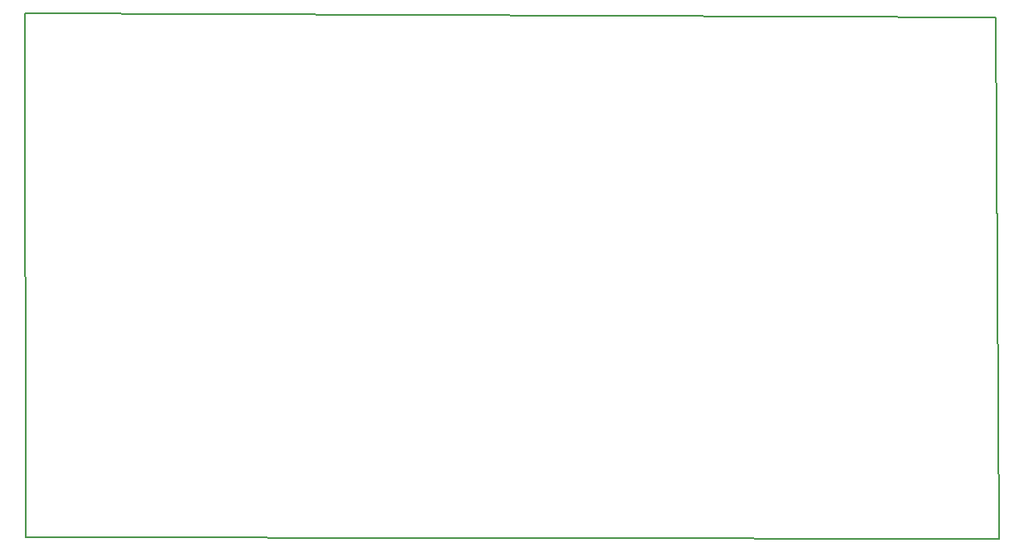
<source format=gm1>
G04 #@! TF.GenerationSoftware,KiCad,Pcbnew,(5.1.4-0-10_14)*
G04 #@! TF.CreationDate,2019-11-22T04:33:24-05:00*
G04 #@! TF.ProjectId,controllerBoard,636f6e74-726f-46c6-9c65-72426f617264,rev?*
G04 #@! TF.SameCoordinates,Original*
G04 #@! TF.FileFunction,Profile,NP*
%FSLAX46Y46*%
G04 Gerber Fmt 4.6, Leading zero omitted, Abs format (unit mm)*
G04 Created by KiCad (PCBNEW (5.1.4-0-10_14)) date 2019-11-22 04:33:24*
%MOMM*%
%LPD*%
G04 APERTURE LIST*
%ADD10C,0.150000*%
G04 APERTURE END LIST*
D10*
X21844000Y-102819200D02*
X21767800Y-49352200D01*
X121031000Y-103022400D02*
X21844000Y-102819200D01*
X120700800Y-49707800D02*
X121031000Y-103022400D01*
X21767800Y-49352200D02*
X120700800Y-49707800D01*
M02*

</source>
